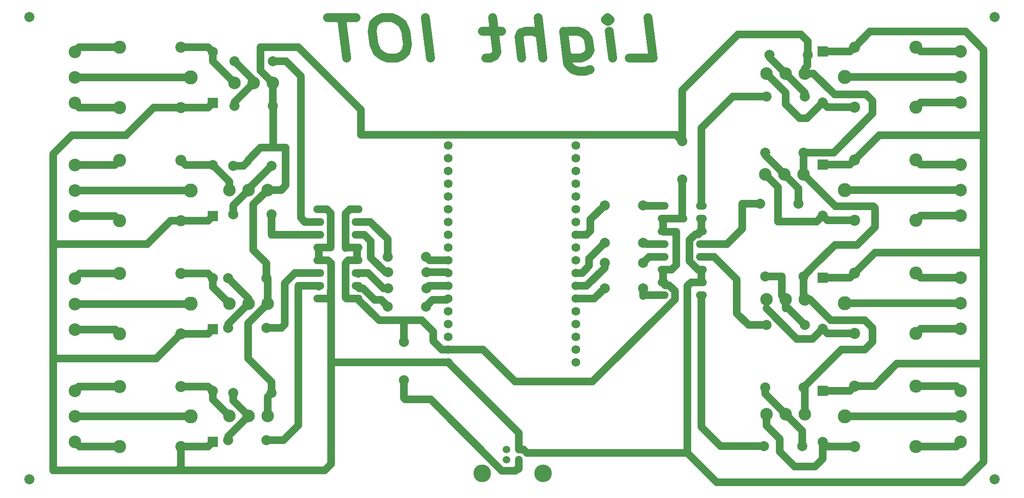
<source format=gbr>
%TF.GenerationSoftware,KiCad,Pcbnew,(5.1.10)-1*%
%TF.CreationDate,2021-09-30T22:30:01-03:00*%
%TF.ProjectId,esp32,65737033-322e-46b6-9963-61645f706362,rev?*%
%TF.SameCoordinates,Original*%
%TF.FileFunction,Copper,L2,Bot*%
%TF.FilePolarity,Positive*%
%FSLAX46Y46*%
G04 Gerber Fmt 4.6, Leading zero omitted, Abs format (unit mm)*
G04 Created by KiCad (PCBNEW (5.1.10)-1) date 2021-09-30 22:30:01*
%MOMM*%
%LPD*%
G01*
G04 APERTURE LIST*
%TA.AperFunction,NonConductor*%
%ADD10C,1.800000*%
%TD*%
%TA.AperFunction,ComponentPad*%
%ADD11C,1.998980*%
%TD*%
%TA.AperFunction,ComponentPad*%
%ADD12R,1.998980X1.998980*%
%TD*%
%TA.AperFunction,ComponentPad*%
%ADD13C,2.500000*%
%TD*%
%TA.AperFunction,ComponentPad*%
%ADD14C,2.800000*%
%TD*%
%TA.AperFunction,ComponentPad*%
%ADD15C,2.200000*%
%TD*%
%TA.AperFunction,ComponentPad*%
%ADD16C,2.600000*%
%TD*%
%TA.AperFunction,ComponentPad*%
%ADD17O,2.199640X1.501140*%
%TD*%
%TA.AperFunction,ComponentPad*%
%ADD18C,1.501140*%
%TD*%
%TA.AperFunction,ComponentPad*%
%ADD19C,3.500120*%
%TD*%
%TA.AperFunction,ComponentPad*%
%ADD20C,2.499360*%
%TD*%
%TA.AperFunction,ComponentPad*%
%ADD21C,1.750000*%
%TD*%
%TA.AperFunction,Conductor*%
%ADD22C,1.500000*%
%TD*%
G04 APERTURE END LIST*
D10*
X158283928Y-52119047D02*
X163045833Y-52119047D01*
X162045833Y-44119047D01*
X154950595Y-52119047D02*
X154283928Y-46785714D01*
X153950595Y-44119047D02*
X154474404Y-44500000D01*
X154045833Y-44880952D01*
X153522023Y-44500000D01*
X153950595Y-44119047D01*
X154045833Y-44880952D01*
X145236309Y-46785714D02*
X146045833Y-53261904D01*
X146617261Y-54023809D01*
X147141071Y-54404761D01*
X148141071Y-54785714D01*
X149569642Y-54785714D01*
X150474404Y-54404761D01*
X145855357Y-51738095D02*
X146855357Y-52119047D01*
X148760119Y-52119047D01*
X149664880Y-51738095D01*
X150093452Y-51357142D01*
X150474404Y-50595238D01*
X150188690Y-48309523D01*
X149617261Y-47547619D01*
X149093452Y-47166666D01*
X148093452Y-46785714D01*
X146188690Y-46785714D01*
X145283928Y-47166666D01*
X141141071Y-52119047D02*
X140141071Y-44119047D01*
X136855357Y-52119047D02*
X136331547Y-47928571D01*
X136712500Y-47166666D01*
X137617261Y-46785714D01*
X139045833Y-46785714D01*
X140045833Y-47166666D01*
X140569642Y-47547619D01*
X132855357Y-46785714D02*
X129045833Y-46785714D01*
X131093452Y-44119047D02*
X131950595Y-50976190D01*
X131569642Y-51738095D01*
X130664880Y-52119047D01*
X129712500Y-52119047D01*
X118760119Y-52119047D02*
X117760119Y-44119047D01*
X111093452Y-44119047D02*
X109188690Y-44119047D01*
X108283928Y-44500000D01*
X107426785Y-45261904D01*
X107141071Y-46785714D01*
X107474404Y-49452380D01*
X108141071Y-50976190D01*
X109188690Y-51738095D01*
X110188690Y-52119047D01*
X112093452Y-52119047D01*
X112998214Y-51738095D01*
X113855357Y-50976190D01*
X114141071Y-49452380D01*
X113807738Y-46785714D01*
X113141071Y-45261904D01*
X112093452Y-44500000D01*
X111093452Y-44119047D01*
X103950595Y-44119047D02*
X98236309Y-44119047D01*
X102093452Y-52119047D02*
X101093452Y-44119047D01*
D11*
%TO.P,R3B1,1*%
%TO.N,Net-(Q5-Pad2)*%
X79814000Y-61658000D03*
%TO.P,R3B1,2*%
%TO.N,Earth*%
X87434000Y-61658000D03*
%TD*%
%TO.P,R12,1*%
%TO.N,Net-(Q4-Pad2)*%
X185342000Y-117770000D03*
%TO.P,R12,2*%
%TO.N,Earth*%
X192962000Y-117770000D03*
%TD*%
%TO.P,R9,2*%
%TO.N,Earth*%
X192962000Y-95672000D03*
%TO.P,R9,1*%
%TO.N,Net-(Q3-Pad2)*%
X185342000Y-95672000D03*
%TD*%
%TO.P,D2,1*%
%TO.N,Net-(D2-Pad1)*%
X196780000Y-83564000D03*
D12*
%TO.P,D2,2*%
%TO.N,+5V*%
X196780000Y-73404000D03*
%TD*%
%TO.P,D1,2*%
%TO.N,+5V*%
X196780000Y-50904000D03*
D11*
%TO.P,D1,1*%
%TO.N,Net-(D1-Pad1)*%
X196780000Y-61064000D03*
%TD*%
D12*
%TO.P,D3,2*%
%TO.N,+5V*%
X196780000Y-95904000D03*
D11*
%TO.P,D3,1*%
%TO.N,Net-(D3-Pad1)*%
X196780000Y-106064000D03*
%TD*%
%TO.P,D4,1*%
%TO.N,Net-(D4-Pad1)*%
X196780000Y-128564000D03*
D12*
%TO.P,D4,2*%
%TO.N,+5V*%
X196780000Y-118404000D03*
%TD*%
D11*
%TO.P,D6,1*%
%TO.N,Net-(D6-Pad1)*%
X75514000Y-73466000D03*
D12*
%TO.P,D6,2*%
%TO.N,+5V*%
X75514000Y-83626000D03*
%TD*%
%TO.P,D8,2*%
%TO.N,+5V*%
X75514000Y-128626000D03*
D11*
%TO.P,D8,1*%
%TO.N,Net-(D8-Pad1)*%
X75514000Y-118466000D03*
%TD*%
D12*
%TO.P,D5,2*%
%TO.N,+5V*%
X75514000Y-61126000D03*
D11*
%TO.P,D5,1*%
%TO.N,Net-(D5-Pad1)*%
X75514000Y-50966000D03*
%TD*%
%TO.P,D7,1*%
%TO.N,Net-(D7-Pad1)*%
X75514000Y-95966000D03*
D12*
%TO.P,D7,2*%
%TO.N,+5V*%
X75514000Y-106126000D03*
%TD*%
D13*
%TO.P,J3,3*%
%TO.N,/NC3*%
X224280000Y-95904000D03*
%TO.P,J3,1*%
%TO.N,/NA3*%
X224280000Y-106064000D03*
%TO.P,J3,2*%
%TO.N,/COM3*%
X224280000Y-100984000D03*
%TD*%
%TO.P,J4,2*%
%TO.N,/COM4*%
X224280000Y-123484000D03*
%TO.P,J4,1*%
%TO.N,/NA4*%
X224280000Y-128564000D03*
%TO.P,J4,3*%
%TO.N,/NC4*%
X224280000Y-118404000D03*
%TD*%
%TO.P,J2,2*%
%TO.N,/COM2*%
X224280000Y-78484000D03*
%TO.P,J2,1*%
%TO.N,/NA2*%
X224280000Y-83564000D03*
%TO.P,J2,3*%
%TO.N,/NC2*%
X224280000Y-73404000D03*
%TD*%
%TO.P,J1,3*%
%TO.N,/NC1*%
X224280000Y-50904000D03*
%TO.P,J1,1*%
%TO.N,/NA1*%
X224280000Y-61064000D03*
%TO.P,J1,2*%
%TO.N,/COM1*%
X224280000Y-55984000D03*
%TD*%
%TO.P,J5,3*%
%TO.N,/NC5*%
X48014000Y-61126000D03*
%TO.P,J5,1*%
%TO.N,/NA5*%
X48014000Y-50966000D03*
%TO.P,J5,2*%
%TO.N,/COM5*%
X48014000Y-56046000D03*
%TD*%
%TO.P,J6,2*%
%TO.N,/COM6*%
X48014000Y-78546000D03*
%TO.P,J6,1*%
%TO.N,/NA6*%
X48014000Y-73466000D03*
%TO.P,J6,3*%
%TO.N,/NC6*%
X48014000Y-83626000D03*
%TD*%
%TO.P,J7,3*%
%TO.N,/NC7*%
X48014000Y-106206000D03*
%TO.P,J7,1*%
%TO.N,/NA7*%
X48014000Y-96046000D03*
%TO.P,J7,2*%
%TO.N,/COM7*%
X48014000Y-101126000D03*
%TD*%
%TO.P,J8,2*%
%TO.N,/COM8*%
X48014000Y-123466000D03*
%TO.P,J8,1*%
%TO.N,/NA8*%
X48014000Y-118386000D03*
%TO.P,J8,3*%
%TO.N,/NC8*%
X48014000Y-128546000D03*
%TD*%
D14*
%TO.P,K2,1*%
%TO.N,/COM2*%
X201180000Y-78484000D03*
D15*
%TO.P,K2,5*%
%TO.N,+5V*%
X203180000Y-72484000D03*
D16*
%TO.P,K2,4*%
%TO.N,/NC2*%
X215380000Y-72484000D03*
%TO.P,K2,3*%
%TO.N,/NA2*%
X215380000Y-84484000D03*
D15*
%TO.P,K2,2*%
%TO.N,Net-(D2-Pad1)*%
X203180000Y-84484000D03*
%TD*%
%TO.P,K1,2*%
%TO.N,Net-(D1-Pad1)*%
X203180000Y-61984000D03*
D16*
%TO.P,K1,3*%
%TO.N,/NA1*%
X215380000Y-61984000D03*
%TO.P,K1,4*%
%TO.N,/NC1*%
X215380000Y-49984000D03*
D15*
%TO.P,K1,5*%
%TO.N,+5V*%
X203180000Y-49984000D03*
D14*
%TO.P,K1,1*%
%TO.N,/COM1*%
X201180000Y-55984000D03*
%TD*%
%TO.P,K3,1*%
%TO.N,/COM3*%
X201180000Y-100984000D03*
D15*
%TO.P,K3,5*%
%TO.N,+5V*%
X203180000Y-94984000D03*
D16*
%TO.P,K3,4*%
%TO.N,/NC3*%
X215380000Y-94984000D03*
%TO.P,K3,3*%
%TO.N,/NA3*%
X215380000Y-106984000D03*
D15*
%TO.P,K3,2*%
%TO.N,Net-(D3-Pad1)*%
X203180000Y-106984000D03*
%TD*%
%TO.P,K4,2*%
%TO.N,Net-(D4-Pad1)*%
X203180000Y-129484000D03*
D16*
%TO.P,K4,3*%
%TO.N,/NA4*%
X215380000Y-129484000D03*
%TO.P,K4,4*%
%TO.N,/NC4*%
X215380000Y-117484000D03*
D15*
%TO.P,K4,5*%
%TO.N,+5V*%
X203180000Y-117484000D03*
D14*
%TO.P,K4,1*%
%TO.N,/COM4*%
X201180000Y-123484000D03*
%TD*%
D15*
%TO.P,K6,2*%
%TO.N,Net-(D6-Pad1)*%
X69114000Y-72546000D03*
D16*
%TO.P,K6,3*%
%TO.N,/NA6*%
X56914000Y-72546000D03*
%TO.P,K6,4*%
%TO.N,/NC6*%
X56914000Y-84546000D03*
D15*
%TO.P,K6,5*%
%TO.N,+5V*%
X69114000Y-84546000D03*
D14*
%TO.P,K6,1*%
%TO.N,/COM6*%
X71114000Y-78546000D03*
%TD*%
%TO.P,K8,1*%
%TO.N,/COM8*%
X71114000Y-123546000D03*
D15*
%TO.P,K8,5*%
%TO.N,+5V*%
X69114000Y-129546000D03*
D16*
%TO.P,K8,4*%
%TO.N,/NC8*%
X56914000Y-129546000D03*
%TO.P,K8,3*%
%TO.N,/NA8*%
X56914000Y-117546000D03*
D15*
%TO.P,K8,2*%
%TO.N,Net-(D8-Pad1)*%
X69114000Y-117546000D03*
%TD*%
%TO.P,K5,2*%
%TO.N,Net-(D5-Pad1)*%
X69114000Y-50046000D03*
D16*
%TO.P,K5,3*%
%TO.N,/NA5*%
X56914000Y-50046000D03*
%TO.P,K5,4*%
%TO.N,/NC5*%
X56914000Y-62046000D03*
D15*
%TO.P,K5,5*%
%TO.N,+5V*%
X69114000Y-62046000D03*
D14*
%TO.P,K5,1*%
%TO.N,/COM5*%
X71114000Y-56046000D03*
%TD*%
%TO.P,K7,1*%
%TO.N,/COM7*%
X71114000Y-101046000D03*
D15*
%TO.P,K7,5*%
%TO.N,+5V*%
X69114000Y-107046000D03*
D16*
%TO.P,K7,4*%
%TO.N,/NC7*%
X56914000Y-107046000D03*
%TO.P,K7,3*%
%TO.N,/NA7*%
X56914000Y-95046000D03*
D15*
%TO.P,K7,2*%
%TO.N,Net-(D7-Pad1)*%
X69114000Y-95046000D03*
%TD*%
D17*
%TO.P,OPTOSCOMPLADOR1,1*%
%TO.N,+5V*%
X96590000Y-82260000D03*
%TO.P,OPTOSCOMPLADOR1,2*%
%TO.N,Net-(OPTOSCOMPLADOR1-Pad2)*%
X96590000Y-84800000D03*
%TO.P,OPTOSCOMPLADOR1,3*%
%TO.N,Net-(OPTOSCOMPLADOR1-Pad3)*%
X96590000Y-87340000D03*
%TO.P,OPTOSCOMPLADOR1,4*%
%TO.N,+5V*%
X96590000Y-89880000D03*
%TO.P,OPTOSCOMPLADOR1,5*%
X96590000Y-92420000D03*
%TO.P,OPTOSCOMPLADOR1,6*%
%TO.N,Net-(OPTOSCOMPLADOR1-Pad6)*%
X96590000Y-94960000D03*
%TO.P,OPTOSCOMPLADOR1,7*%
%TO.N,Net-(OPTOSCOMPLADOR1-Pad7)*%
X96590000Y-97500000D03*
%TO.P,OPTOSCOMPLADOR1,8*%
%TO.N,+5V*%
X96590000Y-100040000D03*
%TO.P,OPTOSCOMPLADOR1,9*%
%TO.N,GND*%
X104210000Y-100040000D03*
%TO.P,OPTOSCOMPLADOR1,10*%
%TO.N,Net-(OPTOSCOMPLADOR1-Pad10)*%
X104210000Y-97500000D03*
%TO.P,OPTOSCOMPLADOR1,11*%
%TO.N,Net-(OPTOSCOMPLADOR1-Pad11)*%
X104210000Y-94960000D03*
%TO.P,OPTOSCOMPLADOR1,12*%
%TO.N,GND*%
X104210000Y-92420000D03*
%TO.P,OPTOSCOMPLADOR1,13*%
X104210000Y-89880000D03*
%TO.P,OPTOSCOMPLADOR1,14*%
%TO.N,Net-(OPTOSCOMPLADOR1-Pad14)*%
X104210000Y-87340000D03*
%TO.P,OPTOSCOMPLADOR1,15*%
%TO.N,Net-(OPTOSCOMPLADOR1-Pad15)*%
X104210000Y-84800000D03*
%TO.P,OPTOSCOMPLADOR1,16*%
%TO.N,GND*%
X104210000Y-82260000D03*
%TD*%
%TO.P,OPTOSCOMPLADOR2,16*%
%TO.N,Net-(OPTOSCOMPLADOR2-Pad16)*%
X172660000Y-81610000D03*
%TO.P,OPTOSCOMPLADOR2,15*%
%TO.N,+5V*%
X172660000Y-84150000D03*
%TO.P,OPTOSCOMPLADOR2,14*%
X172660000Y-86690000D03*
%TO.P,OPTOSCOMPLADOR2,13*%
%TO.N,Net-(OPTOSCOMPLADOR2-Pad13)*%
X172660000Y-89230000D03*
%TO.P,OPTOSCOMPLADOR2,12*%
%TO.N,Net-(OPTOSCOMPLADOR2-Pad12)*%
X172660000Y-91770000D03*
%TO.P,OPTOSCOMPLADOR2,11*%
%TO.N,+5V*%
X172660000Y-94310000D03*
%TO.P,OPTOSCOMPLADOR2,10*%
X172660000Y-96850000D03*
%TO.P,OPTOSCOMPLADOR2,9*%
%TO.N,Net-(OPTOSCOMPLADOR2-Pad9)*%
X172660000Y-99390000D03*
%TO.P,OPTOSCOMPLADOR2,8*%
%TO.N,Net-(OPTOSCOMPLADOR2-Pad8)*%
X165040000Y-99390000D03*
%TO.P,OPTOSCOMPLADOR2,7*%
%TO.N,GND*%
X165040000Y-96850000D03*
%TO.P,OPTOSCOMPLADOR2,6*%
X165040000Y-94310000D03*
%TO.P,OPTOSCOMPLADOR2,5*%
%TO.N,Net-(OPTOSCOMPLADOR2-Pad5)*%
X165040000Y-91770000D03*
%TO.P,OPTOSCOMPLADOR2,4*%
%TO.N,Net-(OPTOSCOMPLADOR2-Pad4)*%
X165040000Y-89230000D03*
%TO.P,OPTOSCOMPLADOR2,3*%
%TO.N,GND*%
X165040000Y-86690000D03*
%TO.P,OPTOSCOMPLADOR2,2*%
X165040000Y-84150000D03*
%TO.P,OPTOSCOMPLADOR2,1*%
%TO.N,Net-(OPTOSCOMPLADOR2-Pad1)*%
X165040000Y-81610000D03*
%TD*%
D18*
%TO.P,P1,3*%
%TO.N,N/C*%
X133883400Y-132156200D03*
%TO.P,P1,4*%
%TO.N,GND*%
X136372600Y-132156200D03*
%TO.P,P1,1*%
%TO.N,+5V*%
X136372600Y-130149600D03*
%TO.P,P1,2*%
%TO.N,N/C*%
X133883400Y-130149600D03*
D19*
%TO.P,P1,*%
%TO.N,*%
X129108200Y-134874000D03*
X141147800Y-134874000D03*
%TD*%
D20*
%TO.P,Q2,1*%
%TO.N,Earth*%
X192962000Y-75312000D03*
%TO.P,Q2,2*%
%TO.N,Net-(Q2-Pad2)*%
X189152000Y-75312000D03*
%TO.P,Q2,3*%
%TO.N,Net-(D2-Pad1)*%
X185342000Y-75312000D03*
%TD*%
%TO.P,Q1,1*%
%TO.N,Earth*%
X193216000Y-55246000D03*
%TO.P,Q1,2*%
%TO.N,Net-(Q1-Pad2)*%
X189406000Y-55246000D03*
%TO.P,Q1,3*%
%TO.N,Net-(D1-Pad1)*%
X185596000Y-55246000D03*
%TD*%
%TO.P,Q3,3*%
%TO.N,Net-(D3-Pad1)*%
X185596000Y-100244000D03*
%TO.P,Q3,2*%
%TO.N,Net-(Q3-Pad2)*%
X189406000Y-100244000D03*
%TO.P,Q3,1*%
%TO.N,Earth*%
X193216000Y-100244000D03*
%TD*%
%TO.P,Q4,1*%
%TO.N,Earth*%
X193216000Y-123104000D03*
%TO.P,Q4,2*%
%TO.N,Net-(Q4-Pad2)*%
X189406000Y-123104000D03*
%TO.P,Q4,3*%
%TO.N,Net-(D4-Pad1)*%
X185596000Y-123104000D03*
%TD*%
%TO.P,Q6,3*%
%TO.N,Net-(D6-Pad1)*%
X78798000Y-78422000D03*
%TO.P,Q6,2*%
%TO.N,Net-(Q6-Pad2)*%
X82608000Y-78422000D03*
%TO.P,Q6,1*%
%TO.N,Earth*%
X86418000Y-78422000D03*
%TD*%
%TO.P,Q8,1*%
%TO.N,Earth*%
X86418000Y-123420000D03*
%TO.P,Q8,2*%
%TO.N,Net-(Q8-Pad2)*%
X82608000Y-123420000D03*
%TO.P,Q8,3*%
%TO.N,Net-(D8-Pad1)*%
X78798000Y-123420000D03*
%TD*%
%TO.P,Q5,3*%
%TO.N,Net-(D5-Pad1)*%
X79814000Y-57086000D03*
%TO.P,Q5,2*%
%TO.N,Net-(Q5-Pad2)*%
X83624000Y-57086000D03*
%TO.P,Q5,1*%
%TO.N,Earth*%
X87434000Y-57086000D03*
%TD*%
%TO.P,Q7,3*%
%TO.N,Net-(D7-Pad1)*%
X78798000Y-101068000D03*
%TO.P,Q7,2*%
%TO.N,Net-(Q7-Pad2)*%
X82608000Y-101068000D03*
%TO.P,Q7,1*%
%TO.N,Earth*%
X86418000Y-101068000D03*
%TD*%
D11*
%TO.P,R1,1*%
%TO.N,Net-(OPTOSCOMPLADOR2-Pad1)*%
X161060000Y-81500000D03*
%TO.P,R1,2*%
%TO.N,/IN1*%
X153440000Y-81500000D03*
%TD*%
%TO.P,R5,2*%
%TO.N,Net-(OPTOSCOMPLADOR2-Pad13)*%
X184326000Y-81154000D03*
%TO.P,R5,1*%
%TO.N,Net-(Q2-Pad2)*%
X191946000Y-81154000D03*
%TD*%
%TO.P,R6,1*%
%TO.N,Net-(Q2-Pad2)*%
X185342000Y-70994000D03*
%TO.P,R6,2*%
%TO.N,Earth*%
X192962000Y-70994000D03*
%TD*%
%TO.P,R4,1*%
%TO.N,Net-(OPTOSCOMPLADOR2-Pad4)*%
X161060000Y-89000000D03*
%TO.P,R4,2*%
%TO.N,/IN2*%
X153440000Y-89000000D03*
%TD*%
%TO.P,R2,2*%
%TO.N,Net-(OPTOSCOMPLADOR2-Pad16)*%
X185596000Y-59818000D03*
%TO.P,R2,1*%
%TO.N,Net-(Q1-Pad2)*%
X193216000Y-59818000D03*
%TD*%
%TO.P,R3,2*%
%TO.N,Earth*%
X193812000Y-51532000D03*
%TO.P,R3,1*%
%TO.N,Net-(Q1-Pad2)*%
X186192000Y-51532000D03*
%TD*%
%TO.P,R7,2*%
%TO.N,/IN3*%
X153440000Y-92900000D03*
%TO.P,R7,1*%
%TO.N,Net-(OPTOSCOMPLADOR2-Pad5)*%
X161060000Y-92900000D03*
%TD*%
%TO.P,R10,1*%
%TO.N,Net-(OPTOSCOMPLADOR2-Pad8)*%
X161060000Y-98000000D03*
%TO.P,R10,2*%
%TO.N,/IN4*%
X153440000Y-98000000D03*
%TD*%
%TO.P,R8,1*%
%TO.N,Net-(Q3-Pad2)*%
X193216000Y-105324000D03*
%TO.P,R8,2*%
%TO.N,Net-(OPTOSCOMPLADOR2-Pad12)*%
X185596000Y-105324000D03*
%TD*%
%TO.P,R11,2*%
%TO.N,Net-(OPTOSCOMPLADOR2-Pad9)*%
X185088000Y-129454000D03*
%TO.P,R11,1*%
%TO.N,Net-(Q4-Pad2)*%
X192708000Y-129454000D03*
%TD*%
%TO.P,R6B1,1*%
%TO.N,Net-(Q6-Pad2)*%
X87180000Y-73596000D03*
%TO.P,R6B1,2*%
%TO.N,Earth*%
X79560000Y-73596000D03*
%TD*%
%TO.P,R12B1,1*%
%TO.N,Net-(Q8-Pad2)*%
X79560000Y-118848000D03*
%TO.P,R12B1,2*%
%TO.N,Earth*%
X87180000Y-118848000D03*
%TD*%
%TO.P,R5B1,2*%
%TO.N,Net-(OPTOSCOMPLADOR1-Pad3)*%
X87180000Y-83248000D03*
%TO.P,R5B1,1*%
%TO.N,Net-(Q6-Pad2)*%
X79560000Y-83248000D03*
%TD*%
%TO.P,R11B1,2*%
%TO.N,Net-(OPTOSCOMPLADOR1-Pad7)*%
X86164000Y-128246000D03*
%TO.P,R11B1,1*%
%TO.N,Net-(Q8-Pad2)*%
X78544000Y-128246000D03*
%TD*%
%TO.P,R9B1,2*%
%TO.N,Earth*%
X86164000Y-95988000D03*
%TO.P,R9B1,1*%
%TO.N,Net-(Q7-Pad2)*%
X78544000Y-95988000D03*
%TD*%
%TO.P,R2B1,2*%
%TO.N,Net-(OPTOSCOMPLADOR1-Pad2)*%
X87434000Y-52768000D03*
%TO.P,R2B1,1*%
%TO.N,Net-(Q5-Pad2)*%
X79814000Y-52768000D03*
%TD*%
%TO.P,R8B1,2*%
%TO.N,Net-(OPTOSCOMPLADOR1-Pad6)*%
X86164000Y-105894000D03*
%TO.P,R8B1,1*%
%TO.N,Net-(Q7-Pad2)*%
X78544000Y-105894000D03*
%TD*%
%TO.P,R4B1,1*%
%TO.N,Net-(OPTOSCOMPLADOR1-Pad14)*%
X110352000Y-94830000D03*
%TO.P,R4B1,2*%
%TO.N,/IN6*%
X117972000Y-94830000D03*
%TD*%
%TO.P,R10B1,2*%
%TO.N,/IN8*%
X117872000Y-101630000D03*
%TO.P,R10B1,1*%
%TO.N,Net-(OPTOSCOMPLADOR1-Pad10)*%
X110252000Y-101630000D03*
%TD*%
%TO.P,R1B1,1*%
%TO.N,Net-(OPTOSCOMPLADOR1-Pad15)*%
X110252000Y-91730000D03*
%TO.P,R1B1,2*%
%TO.N,/IN5*%
X117872000Y-91730000D03*
%TD*%
%TO.P,R7B1,1*%
%TO.N,Net-(OPTOSCOMPLADOR1-Pad11)*%
X110352000Y-98030000D03*
%TO.P,R7B1,2*%
%TO.N,/IN7*%
X117972000Y-98030000D03*
%TD*%
D21*
%TO.P,U1,18*%
%TO.N,N/C*%
X122300000Y-69596000D03*
%TO.P,U1,17*%
X122300000Y-72136000D03*
%TO.P,U1,16*%
X122300000Y-74676000D03*
%TO.P,U1,15*%
X122300000Y-77216000D03*
%TO.P,U1,14*%
X122300000Y-79756000D03*
%TO.P,U1,13*%
X122300000Y-82296000D03*
%TO.P,U1,12*%
X122300000Y-84836000D03*
%TO.P,U1,11*%
X122300000Y-87376000D03*
%TO.P,U1,10*%
X122300000Y-89916000D03*
%TO.P,U1,9*%
%TO.N,/IN5*%
X122300000Y-92456000D03*
%TO.P,U1,8*%
%TO.N,/IN6*%
X122300000Y-94996000D03*
%TO.P,U1,7*%
%TO.N,/IN7*%
X122300000Y-97536000D03*
%TO.P,U1,6*%
%TO.N,/IN8*%
X122300000Y-100076000D03*
%TO.P,U1,5*%
%TO.N,N/C*%
X122300000Y-102616000D03*
%TO.P,U1,4*%
X122300000Y-105156000D03*
%TO.P,U1,3*%
X122300000Y-107696000D03*
%TO.P,U1,2*%
%TO.N,GND*%
X122300000Y-110236000D03*
%TO.P,U1,1*%
%TO.N,+5V*%
X122300000Y-112776000D03*
%TO.P,U1,19*%
%TO.N,N/C*%
X147700000Y-112776000D03*
%TO.P,U1,20*%
X147700000Y-110236000D03*
%TO.P,U1,21*%
X147700000Y-107696000D03*
%TO.P,U1,22*%
X147700000Y-105156000D03*
%TO.P,U1,23*%
X147700000Y-102616000D03*
%TO.P,U1,24*%
%TO.N,/IN4*%
X147700000Y-100076000D03*
%TO.P,U1,25*%
%TO.N,/IN3*%
X147700000Y-97536000D03*
%TO.P,U1,26*%
%TO.N,/IN2*%
X147700000Y-94996000D03*
%TO.P,U1,27*%
%TO.N,N/C*%
X147700000Y-92456000D03*
%TO.P,U1,28*%
X147700000Y-89916000D03*
%TO.P,U1,29*%
%TO.N,/IN1*%
X147700000Y-87376000D03*
%TO.P,U1,30*%
%TO.N,N/C*%
X147700000Y-84836000D03*
%TO.P,U1,31*%
X147700000Y-82296000D03*
%TO.P,U1,32*%
X147700000Y-79756000D03*
%TO.P,U1,33*%
X147700000Y-77216000D03*
%TO.P,U1,34*%
X147700000Y-74676000D03*
%TO.P,U1,35*%
X147700000Y-72136000D03*
%TO.P,U1,36*%
X147700000Y-69596000D03*
%TD*%
D11*
%TO.P,H1,1*%
%TO.N,N/C*%
X39000000Y-44000000D03*
%TD*%
%TO.P,H2,1*%
%TO.N,N/C*%
X231000000Y-44000000D03*
%TD*%
%TO.P,H3,1*%
%TO.N,N/C*%
X231000000Y-136000000D03*
%TD*%
%TO.P,H4,1*%
%TO.N,N/C*%
X39000000Y-136000000D03*
%TD*%
%TO.P,R16,1*%
%TO.N,GND*%
X113538000Y-116332000D03*
%TO.P,R16,2*%
X113538000Y-108712000D03*
%TD*%
%TO.P,R14,1*%
%TO.N,GND*%
X168910000Y-76310000D03*
%TO.P,R14,2*%
%TO.N,Earth*%
X168910000Y-68690000D03*
%TD*%
D22*
%TO.N,Net-(D1-Pad1)*%
X185596000Y-55246000D02*
X189406000Y-59056000D01*
X189406000Y-59056000D02*
X189406000Y-61342000D01*
X189406000Y-61342000D02*
X192200000Y-64136000D01*
X193708000Y-64136000D02*
X196780000Y-61064000D01*
X192200000Y-64136000D02*
X193708000Y-64136000D01*
X197700000Y-61984000D02*
X196780000Y-61064000D01*
X203180000Y-61984000D02*
X197700000Y-61984000D01*
%TO.N,GND*%
X165040000Y-84150000D02*
X165040000Y-86690000D01*
X165040000Y-94310000D02*
X165040000Y-96850000D01*
X166740000Y-94310000D02*
X165040000Y-94310000D01*
X167650000Y-86800000D02*
X167650000Y-93400000D01*
X167650000Y-93400000D02*
X166740000Y-94310000D01*
X165150000Y-86800000D02*
X167650000Y-86800000D01*
X165040000Y-86690000D02*
X165150000Y-86800000D01*
X104210000Y-92420000D02*
X104210000Y-89880000D01*
X101860170Y-83139830D02*
X102740000Y-82260000D01*
X101860170Y-90000000D02*
X101860170Y-83139830D01*
X101980170Y-89880000D02*
X101860170Y-90000000D01*
X102740000Y-82260000D02*
X104210000Y-82260000D01*
X104210000Y-89880000D02*
X101980170Y-89880000D01*
X101860170Y-93000000D02*
X102440170Y-92420000D01*
X101860170Y-99860170D02*
X101860170Y-93000000D01*
X102040000Y-100040000D02*
X101860170Y-99860170D01*
X102440170Y-92420000D02*
X104210000Y-92420000D01*
X104210000Y-100040000D02*
X102040000Y-100040000D01*
X104210000Y-100040000D02*
X108564000Y-104394000D01*
X117094000Y-104394000D02*
X119380000Y-106680000D01*
X121062564Y-110236000D02*
X122300000Y-110236000D01*
X119380000Y-108553436D02*
X121062564Y-110236000D01*
X119380000Y-106680000D02*
X119380000Y-108553436D01*
X113538000Y-108712000D02*
X113538000Y-104648000D01*
X113792000Y-104394000D02*
X117094000Y-104394000D01*
X113538000Y-104648000D02*
X113792000Y-104394000D01*
X108564000Y-104394000D02*
X113792000Y-104394000D01*
X129286000Y-110236000D02*
X122300000Y-110236000D01*
X135636000Y-116586000D02*
X129286000Y-110236000D01*
X167389830Y-100218667D02*
X151022497Y-116586000D01*
X167389830Y-98561333D02*
X167389830Y-100218667D01*
X151022497Y-116586000D02*
X135636000Y-116586000D01*
X166217917Y-97389420D02*
X167389830Y-98561333D01*
X165461420Y-97389420D02*
X166217917Y-97389420D01*
X165040000Y-96968000D02*
X165461420Y-97389420D01*
X165040000Y-96850000D02*
X165040000Y-96968000D01*
X165040000Y-84150000D02*
X169150000Y-84150000D01*
X168910000Y-83910000D02*
X168910000Y-76310000D01*
X169150000Y-84150000D02*
X168910000Y-83910000D01*
X113538000Y-119888000D02*
X113538000Y-116332000D01*
X113792000Y-120142000D02*
X113538000Y-119888000D01*
X118816291Y-120142000D02*
X113792000Y-120142000D01*
X133000000Y-134325709D02*
X118816291Y-120142000D01*
X135674291Y-134325709D02*
X133000000Y-134325709D01*
X136256000Y-134000000D02*
X136000000Y-134000000D01*
X136372600Y-133883400D02*
X136256000Y-134000000D01*
X136000000Y-134000000D02*
X135674291Y-134325709D01*
X136372600Y-132156200D02*
X136372600Y-133883400D01*
%TO.N,Net-(D2-Pad1)*%
X197700000Y-84484000D02*
X196780000Y-83564000D01*
X203180000Y-84484000D02*
X197700000Y-84484000D01*
X195634000Y-84710000D02*
X196780000Y-83564000D01*
X187882000Y-84710000D02*
X195634000Y-84710000D01*
X187882000Y-77852000D02*
X187882000Y-84710000D01*
X185342000Y-75312000D02*
X187882000Y-77852000D01*
%TO.N,+5V*%
X202260000Y-73404000D02*
X203180000Y-72484000D01*
X196780000Y-73404000D02*
X202260000Y-73404000D01*
X202260000Y-50904000D02*
X203180000Y-49984000D01*
X196780000Y-50904000D02*
X202260000Y-50904000D01*
X202260000Y-95904000D02*
X203180000Y-94984000D01*
X196780000Y-95904000D02*
X202260000Y-95904000D01*
X202260000Y-118404000D02*
X203180000Y-117484000D01*
X196780000Y-118404000D02*
X202260000Y-118404000D01*
X74594000Y-84546000D02*
X75514000Y-83626000D01*
X69114000Y-84546000D02*
X74594000Y-84546000D01*
X74594000Y-62046000D02*
X75514000Y-61126000D01*
X69114000Y-62046000D02*
X74594000Y-62046000D01*
X74594000Y-129546000D02*
X75514000Y-128626000D01*
X69114000Y-129546000D02*
X74594000Y-129546000D01*
X74594000Y-107046000D02*
X75514000Y-106126000D01*
X69114000Y-107046000D02*
X74594000Y-107046000D01*
X172660000Y-84150000D02*
X172660000Y-86690000D01*
X172021503Y-94310000D02*
X172660000Y-94310000D01*
X170310170Y-92598667D02*
X172021503Y-94310000D01*
X170310170Y-88401333D02*
X170310170Y-92598667D01*
X171482083Y-87229420D02*
X170310170Y-88401333D01*
X172120580Y-87229420D02*
X171482083Y-87229420D01*
X172660000Y-86690000D02*
X172120580Y-87229420D01*
X172660000Y-96850000D02*
X172660000Y-94310000D01*
X96590000Y-89880000D02*
X96590000Y-92420000D01*
X98939830Y-100040000D02*
X96590000Y-100040000D01*
X98939830Y-98328667D02*
X98939830Y-100040000D01*
X99000000Y-98388837D02*
X98939830Y-98328667D01*
X99000000Y-93060170D02*
X99000000Y-98388837D01*
X98359830Y-92420000D02*
X99000000Y-93060170D01*
X96590000Y-92420000D02*
X98359830Y-92420000D01*
X97750000Y-134250000D02*
X99000000Y-133000000D01*
X47500000Y-67500000D02*
X43750000Y-71250000D01*
X58250000Y-67500000D02*
X47500000Y-67500000D01*
X63704000Y-62046000D02*
X58250000Y-67500000D01*
X69114000Y-62046000D02*
X63704000Y-62046000D01*
X98939830Y-89880000D02*
X96590000Y-89880000D01*
X98939830Y-83000000D02*
X98939830Y-89880000D01*
X98199830Y-82260000D02*
X98939830Y-83000000D01*
X96590000Y-82260000D02*
X98199830Y-82260000D01*
X99194000Y-112776000D02*
X99000000Y-112582000D01*
X122300000Y-112776000D02*
X99194000Y-112776000D01*
X99000000Y-112582000D02*
X99000000Y-98388837D01*
X99000000Y-133000000D02*
X99000000Y-112582000D01*
X69114000Y-84546000D02*
X67092000Y-84546000D01*
X62422000Y-89216000D02*
X43750000Y-89216000D01*
X67092000Y-84546000D02*
X62422000Y-89216000D01*
X43750000Y-71250000D02*
X43750000Y-89216000D01*
X69114000Y-107046000D02*
X64208000Y-111952000D01*
X43750000Y-111952000D02*
X43750000Y-134250000D01*
X64208000Y-111952000D02*
X43750000Y-111952000D01*
X43750000Y-89216000D02*
X43750000Y-111952000D01*
X69114000Y-133578000D02*
X68442000Y-134250000D01*
X69114000Y-129546000D02*
X69114000Y-133578000D01*
X68442000Y-134250000D02*
X97750000Y-134250000D01*
X43750000Y-134250000D02*
X68442000Y-134250000D01*
X169926000Y-130810000D02*
X169926000Y-97536000D01*
X175768000Y-136652000D02*
X169926000Y-130810000D01*
X169926000Y-97536000D02*
X170612000Y-96850000D01*
X224790000Y-136652000D02*
X175768000Y-136652000D01*
X228854000Y-132588000D02*
X224790000Y-136652000D01*
X225224000Y-46916000D02*
X228854000Y-50546000D01*
X170612000Y-96850000D02*
X172660000Y-96850000D01*
X206248000Y-46916000D02*
X225224000Y-46916000D01*
X203180000Y-49984000D02*
X206248000Y-46916000D01*
X228854000Y-115062000D02*
X228854000Y-132588000D01*
X211582000Y-113030000D02*
X228854000Y-113030000D01*
X228854000Y-113030000D02*
X228854000Y-115062000D01*
X207128000Y-117484000D02*
X211582000Y-113030000D01*
X203180000Y-117484000D02*
X207128000Y-117484000D01*
X203180000Y-94984000D02*
X207264000Y-90900000D01*
X228568000Y-90900000D02*
X228854000Y-91186000D01*
X207264000Y-90900000D02*
X228568000Y-90900000D01*
X228854000Y-91186000D02*
X228854000Y-115062000D01*
X203180000Y-72484000D02*
X208100000Y-67564000D01*
X208100000Y-67564000D02*
X228346000Y-67564000D01*
X228854000Y-67056000D02*
X228854000Y-91186000D01*
X228346000Y-67564000D02*
X228854000Y-67056000D01*
X228854000Y-50546000D02*
X228854000Y-67056000D01*
X137326846Y-130149600D02*
X136372600Y-130149600D01*
X137987246Y-130810000D02*
X137326846Y-130149600D01*
X169926000Y-130810000D02*
X137987246Y-130810000D01*
X136372600Y-126848600D02*
X122300000Y-112776000D01*
X136372600Y-130149600D02*
X136372600Y-126848600D01*
%TO.N,/COM2*%
X224280000Y-78484000D02*
X201180000Y-78484000D01*
%TO.N,/NA2*%
X216300000Y-83564000D02*
X215380000Y-84484000D01*
X224280000Y-83564000D02*
X216300000Y-83564000D01*
%TO.N,/NC2*%
X216300000Y-73404000D02*
X215380000Y-72484000D01*
X224280000Y-73404000D02*
X216300000Y-73404000D01*
%TO.N,/NC1*%
X216300000Y-50904000D02*
X215380000Y-49984000D01*
X224280000Y-50904000D02*
X216300000Y-50904000D01*
%TO.N,/NA1*%
X216300000Y-61064000D02*
X215380000Y-61984000D01*
X224280000Y-61064000D02*
X216300000Y-61064000D01*
%TO.N,/COM1*%
X224280000Y-55984000D02*
X201180000Y-55984000D01*
%TO.N,Net-(Q1-Pad2)*%
X186192000Y-52032000D02*
X189406000Y-55246000D01*
X186192000Y-51532000D02*
X186192000Y-52032000D01*
X193216000Y-59056000D02*
X189406000Y-55246000D01*
X193216000Y-59818000D02*
X193216000Y-59056000D01*
%TO.N,Earth*%
X192962000Y-70994000D02*
X192962000Y-75312000D01*
X192962000Y-99990000D02*
X193216000Y-100244000D01*
X192962000Y-95672000D02*
X192962000Y-99990000D01*
X193216000Y-118024000D02*
X192962000Y-117770000D01*
X193216000Y-123104000D02*
X193216000Y-118024000D01*
X87434000Y-57086000D02*
X87434000Y-61658000D01*
X86418000Y-96242000D02*
X86164000Y-95988000D01*
X86418000Y-101068000D02*
X86418000Y-96242000D01*
X86418000Y-119610000D02*
X87180000Y-118848000D01*
X86418000Y-123420000D02*
X86418000Y-119610000D01*
X193750000Y-51594000D02*
X193812000Y-51532000D01*
X193750000Y-53750000D02*
X193750000Y-51594000D01*
X193216000Y-54284000D02*
X193750000Y-53750000D01*
X193216000Y-55246000D02*
X193216000Y-54284000D01*
X87180000Y-118848000D02*
X87180000Y-116644000D01*
X87180000Y-116644000D02*
X82550000Y-112014000D01*
X82550000Y-104936000D02*
X86418000Y-101068000D01*
X82550000Y-112014000D02*
X82550000Y-104936000D01*
X86164000Y-95988000D02*
X86164000Y-93022000D01*
X86164000Y-93022000D02*
X83566000Y-90424000D01*
X83566000Y-81274000D02*
X86418000Y-78422000D01*
X83566000Y-90424000D02*
X83566000Y-81274000D01*
X87216509Y-61875491D02*
X87434000Y-61658000D01*
X194979491Y-93654509D02*
X192962000Y-95672000D01*
X199226000Y-89408000D02*
X194979491Y-93654509D01*
X203708000Y-89408000D02*
X199226000Y-89408000D01*
X207264000Y-85852000D02*
X203708000Y-89408000D01*
X207264000Y-82042000D02*
X207264000Y-85852000D01*
X206884000Y-81662000D02*
X207264000Y-82042000D01*
X199312000Y-81662000D02*
X206884000Y-81662000D01*
X192962000Y-75312000D02*
X199312000Y-81662000D01*
X194289248Y-100244000D02*
X193216000Y-100244000D01*
X198439248Y-104394000D02*
X194289248Y-100244000D01*
X206756000Y-105918000D02*
X205232000Y-104394000D01*
X206756000Y-108712000D02*
X206756000Y-105918000D01*
X205232000Y-104394000D02*
X198439248Y-104394000D01*
X200496000Y-110236000D02*
X205232000Y-110236000D01*
X205232000Y-110236000D02*
X206756000Y-108712000D01*
X192962000Y-117770000D02*
X200496000Y-110236000D01*
X194983314Y-55246000D02*
X193216000Y-55246000D01*
X199173314Y-59436000D02*
X194983314Y-55246000D01*
X205486000Y-59436000D02*
X199173314Y-59436000D01*
X206756000Y-60706000D02*
X205486000Y-59436000D01*
X206756000Y-63246000D02*
X206756000Y-60706000D01*
X199008000Y-70994000D02*
X206756000Y-63246000D01*
X192962000Y-70994000D02*
X199008000Y-70994000D01*
X85000000Y-54652000D02*
X87434000Y-57086000D01*
X85000000Y-50000000D02*
X85000000Y-54652000D01*
X92500000Y-50000000D02*
X85000000Y-50000000D01*
X104970999Y-62470999D02*
X92500000Y-50000000D01*
X104970999Y-67470999D02*
X104970999Y-62470999D01*
X167690999Y-67470999D02*
X104970999Y-67470999D01*
X168910000Y-68690000D02*
X167690999Y-67470999D01*
X90000000Y-77500000D02*
X90000000Y-73034000D01*
X89078000Y-78422000D02*
X90000000Y-77500000D01*
X86418000Y-78422000D02*
X89078000Y-78422000D01*
X81592000Y-73596000D02*
X79560000Y-73596000D01*
X82500000Y-72688000D02*
X81592000Y-73596000D01*
X82500000Y-72500000D02*
X82500000Y-72688000D01*
X90000000Y-73034000D02*
X90000000Y-70000000D01*
X90000000Y-70000000D02*
X87500000Y-70000000D01*
X87500000Y-70000000D02*
X85000000Y-70000000D01*
X85000000Y-70000000D02*
X82500000Y-72500000D01*
X87500000Y-61724000D02*
X87434000Y-61658000D01*
X87500000Y-70000000D02*
X87500000Y-61724000D01*
X168910000Y-58590000D02*
X168910000Y-68690000D01*
X180000000Y-47500000D02*
X168910000Y-58590000D01*
X192500000Y-47500000D02*
X180000000Y-47500000D01*
X193812000Y-48812000D02*
X192500000Y-47500000D01*
X193812000Y-51532000D02*
X193812000Y-48812000D01*
%TO.N,Net-(Q2-Pad2)*%
X185342000Y-71502000D02*
X189152000Y-75312000D01*
X185342000Y-70994000D02*
X185342000Y-71502000D01*
X191946000Y-78106000D02*
X189152000Y-75312000D01*
X191946000Y-81154000D02*
X191946000Y-78106000D01*
%TO.N,/IN1*%
X147700000Y-87376000D02*
X149860000Y-87376000D01*
X149860000Y-87376000D02*
X150622000Y-86614000D01*
X150622000Y-84318000D02*
X153440000Y-81500000D01*
X150622000Y-86614000D02*
X150622000Y-84318000D01*
%TO.N,/IN2*%
X153440000Y-89000000D02*
X150368000Y-92072000D01*
X148937436Y-94996000D02*
X147700000Y-94996000D01*
X150368000Y-93565436D02*
X148937436Y-94996000D01*
X150368000Y-92072000D02*
X150368000Y-93565436D01*
%TO.N,Net-(D3-Pad1)*%
X197700000Y-106984000D02*
X196780000Y-106064000D01*
X203180000Y-106984000D02*
X197700000Y-106984000D01*
X196780000Y-106064000D02*
X194762509Y-108081491D01*
X191682739Y-108081491D02*
X185612562Y-102011314D01*
X194762509Y-108081491D02*
X191682739Y-108081491D01*
%TO.N,Net-(D4-Pad1)*%
X197700000Y-129484000D02*
X196780000Y-128564000D01*
X203180000Y-129484000D02*
X197700000Y-129484000D01*
X185596000Y-123104000D02*
X185596000Y-125346000D01*
X185596000Y-125346000D02*
X188250000Y-128000000D01*
X188250000Y-128000000D02*
X188250000Y-130500000D01*
X188250000Y-130500000D02*
X191250000Y-133500000D01*
X191250000Y-133500000D02*
X195250000Y-133500000D01*
X196780000Y-131970000D02*
X196780000Y-128564000D01*
X195250000Y-133500000D02*
X196780000Y-131970000D01*
%TO.N,Net-(D5-Pad1)*%
X74594000Y-50046000D02*
X75514000Y-50966000D01*
X69114000Y-50046000D02*
X74594000Y-50046000D01*
X75514000Y-52786000D02*
X75514000Y-50966000D01*
X79814000Y-57086000D02*
X75514000Y-52786000D01*
%TO.N,Net-(D6-Pad1)*%
X78798000Y-76750000D02*
X75514000Y-73466000D01*
X78798000Y-78422000D02*
X78798000Y-76750000D01*
X70034000Y-73466000D02*
X69114000Y-72546000D01*
X75514000Y-73466000D02*
X70034000Y-73466000D01*
%TO.N,Net-(D7-Pad1)*%
X74594000Y-95046000D02*
X75514000Y-95966000D01*
X69114000Y-95046000D02*
X74594000Y-95046000D01*
X75514000Y-97784000D02*
X75514000Y-95966000D01*
X78798000Y-101068000D02*
X75514000Y-97784000D01*
%TO.N,Net-(D8-Pad1)*%
X74594000Y-117546000D02*
X75514000Y-118466000D01*
X69114000Y-117546000D02*
X74594000Y-117546000D01*
X75514000Y-120136000D02*
X75514000Y-118466000D01*
X78798000Y-123420000D02*
X75514000Y-120136000D01*
%TO.N,/NC3*%
X216300000Y-95904000D02*
X215380000Y-94984000D01*
X224280000Y-95904000D02*
X216300000Y-95904000D01*
%TO.N,/NA3*%
X216300000Y-106064000D02*
X215380000Y-106984000D01*
X224280000Y-106064000D02*
X216300000Y-106064000D01*
%TO.N,/COM3*%
X224280000Y-100984000D02*
X201180000Y-100984000D01*
%TO.N,/NC4*%
X223360000Y-117484000D02*
X224280000Y-118404000D01*
X215380000Y-117484000D02*
X223360000Y-117484000D01*
%TO.N,/NA4*%
X223360000Y-129484000D02*
X224280000Y-128564000D01*
X215380000Y-129484000D02*
X223360000Y-129484000D01*
%TO.N,/COM4*%
X201180000Y-123484000D02*
X224280000Y-123484000D01*
%TO.N,/COM5*%
X71114000Y-56046000D02*
X48014000Y-56046000D01*
%TO.N,/NA5*%
X48934000Y-50046000D02*
X48014000Y-50966000D01*
X56914000Y-50046000D02*
X48934000Y-50046000D01*
%TO.N,/NC5*%
X48934000Y-62046000D02*
X48014000Y-61126000D01*
X56914000Y-62046000D02*
X48934000Y-62046000D01*
%TO.N,/COM6*%
X71114000Y-78546000D02*
X48014000Y-78546000D01*
%TO.N,/NA6*%
X55994000Y-73466000D02*
X56914000Y-72546000D01*
X48014000Y-73466000D02*
X55994000Y-73466000D01*
%TO.N,/NC6*%
X55994000Y-83626000D02*
X56914000Y-84546000D01*
X48014000Y-83626000D02*
X55994000Y-83626000D01*
%TO.N,/COM7*%
X71034000Y-101126000D02*
X71114000Y-101046000D01*
X48014000Y-101126000D02*
X71034000Y-101126000D01*
%TO.N,/NA7*%
X49014000Y-95046000D02*
X48014000Y-96046000D01*
X56914000Y-95046000D02*
X49014000Y-95046000D01*
%TO.N,/NC7*%
X56074000Y-106206000D02*
X56914000Y-107046000D01*
X48014000Y-106206000D02*
X56074000Y-106206000D01*
%TO.N,/NC8*%
X49014000Y-129546000D02*
X48014000Y-128546000D01*
X56914000Y-129546000D02*
X49014000Y-129546000D01*
%TO.N,/NA8*%
X48854000Y-117546000D02*
X48014000Y-118386000D01*
X56914000Y-117546000D02*
X48854000Y-117546000D01*
%TO.N,/COM8*%
X71034000Y-123466000D02*
X71114000Y-123546000D01*
X48014000Y-123466000D02*
X71034000Y-123466000D01*
%TO.N,Net-(Q3-Pad2)*%
X185342000Y-95672000D02*
X188644000Y-95672000D01*
X189406000Y-100244000D02*
X189406000Y-102022000D01*
X188644000Y-99482000D02*
X189406000Y-100244000D01*
X188644000Y-95672000D02*
X188644000Y-99482000D01*
X189406000Y-101514000D02*
X193216000Y-105324000D01*
X189406000Y-100244000D02*
X189406000Y-101514000D01*
%TO.N,Net-(Q4-Pad2)*%
X185342000Y-119040000D02*
X189406000Y-123104000D01*
X185342000Y-117770000D02*
X185342000Y-119040000D01*
X192708000Y-126406000D02*
X192708000Y-129454000D01*
X189406000Y-123104000D02*
X192708000Y-126406000D01*
%TO.N,Net-(Q5-Pad2)*%
X79814000Y-60896000D02*
X83624000Y-57086000D01*
X79814000Y-61658000D02*
X79814000Y-60896000D01*
X83624000Y-56578000D02*
X79814000Y-52768000D01*
X83624000Y-57086000D02*
X83624000Y-56578000D01*
%TO.N,Net-(Q6-Pad2)*%
X79560000Y-81470000D02*
X82608000Y-78422000D01*
X79560000Y-83248000D02*
X79560000Y-81470000D01*
X82608000Y-78168000D02*
X87180000Y-73596000D01*
X82608000Y-78422000D02*
X82608000Y-78168000D01*
%TO.N,Net-(Q7-Pad2)*%
X78544000Y-105132000D02*
X82608000Y-101068000D01*
X78544000Y-105894000D02*
X78544000Y-105132000D01*
X82608000Y-100052000D02*
X78544000Y-95988000D01*
X82608000Y-101068000D02*
X82608000Y-100052000D01*
%TO.N,Net-(Q8-Pad2)*%
X79560000Y-120372000D02*
X82608000Y-123420000D01*
X79560000Y-118848000D02*
X79560000Y-120372000D01*
X78544000Y-127484000D02*
X82608000Y-123420000D01*
X78544000Y-128246000D02*
X78544000Y-127484000D01*
%TO.N,/IN3*%
X153440000Y-92900000D02*
X153440000Y-93956000D01*
X149860000Y-97536000D02*
X147700000Y-97536000D01*
X153440000Y-93956000D02*
X149860000Y-97536000D01*
%TO.N,/IN4*%
X151364000Y-100076000D02*
X147700000Y-100076000D01*
X153440000Y-98000000D02*
X151364000Y-100076000D01*
%TO.N,/IN6*%
X122134000Y-94830000D02*
X122300000Y-94996000D01*
X117972000Y-94830000D02*
X122134000Y-94830000D01*
%TO.N,/IN8*%
X117872000Y-101630000D02*
X119172000Y-100330000D01*
X122046000Y-100330000D02*
X122300000Y-100076000D01*
X119172000Y-100330000D02*
X122046000Y-100330000D01*
%TO.N,/IN5*%
X118598000Y-92456000D02*
X122300000Y-92456000D01*
X117872000Y-91730000D02*
X118598000Y-92456000D01*
%TO.N,/IN7*%
X118466000Y-97536000D02*
X122300000Y-97536000D01*
X117972000Y-98030000D02*
X118466000Y-97536000D01*
%TO.N,Net-(OPTOSCOMPLADOR1-Pad2)*%
X96590000Y-84800000D02*
X93800000Y-84800000D01*
X93800000Y-84800000D02*
X93000000Y-84000000D01*
X93000000Y-84000000D02*
X93000000Y-55750000D01*
X90018000Y-52768000D02*
X87434000Y-52768000D01*
X93000000Y-55750000D02*
X90018000Y-52768000D01*
%TO.N,Net-(OPTOSCOMPLADOR1-Pad3)*%
X87180000Y-87340000D02*
X87180000Y-83248000D01*
X96590000Y-87340000D02*
X87180000Y-87340000D01*
%TO.N,Net-(OPTOSCOMPLADOR1-Pad6)*%
X89106000Y-105894000D02*
X86164000Y-105894000D01*
X89750000Y-105250000D02*
X89106000Y-105894000D01*
X89750000Y-97000000D02*
X89750000Y-105250000D01*
X91790000Y-94960000D02*
X89750000Y-97000000D01*
X96590000Y-94960000D02*
X91790000Y-94960000D01*
%TO.N,Net-(OPTOSCOMPLADOR1-Pad7)*%
X89504000Y-128246000D02*
X86164000Y-128246000D01*
X92500000Y-125250000D02*
X89504000Y-128246000D01*
X92500000Y-97500000D02*
X92500000Y-125250000D01*
X96430000Y-97500000D02*
X92500000Y-97500000D01*
X96590000Y-97660000D02*
X96430000Y-97500000D01*
X96590000Y-97500000D02*
X96590000Y-97660000D01*
%TO.N,Net-(OPTOSCOMPLADOR1-Pad10)*%
X104643420Y-98039420D02*
X105387917Y-98039420D01*
X104210000Y-97606000D02*
X104643420Y-98039420D01*
X105387917Y-98039420D02*
X107696000Y-100347503D01*
X104210000Y-97500000D02*
X104210000Y-97606000D01*
X108969503Y-100347503D02*
X110252000Y-101630000D01*
X107696000Y-100347503D02*
X108969503Y-100347503D01*
%TO.N,Net-(OPTOSCOMPLADOR1-Pad11)*%
X104400000Y-95150000D02*
X104210000Y-94960000D01*
X104246000Y-94996000D02*
X104210000Y-94960000D01*
X106426000Y-94996000D02*
X104246000Y-94996000D01*
X109460000Y-98030000D02*
X106426000Y-94996000D01*
X110352000Y-98030000D02*
X109460000Y-98030000D01*
%TO.N,Net-(OPTOSCOMPLADOR1-Pad14)*%
X105628000Y-87340000D02*
X104210000Y-87340000D01*
X106934000Y-88646000D02*
X105628000Y-87340000D01*
X106934000Y-91948000D02*
X106934000Y-88646000D01*
X109816000Y-94830000D02*
X106934000Y-91948000D01*
X110352000Y-94830000D02*
X109816000Y-94830000D01*
%TO.N,Net-(OPTOSCOMPLADOR1-Pad15)*%
X106809820Y-84800000D02*
X104210000Y-84800000D01*
X110252000Y-88242180D02*
X106809820Y-84800000D01*
X110252000Y-91730000D02*
X110252000Y-88242180D01*
%TO.N,Net-(OPTOSCOMPLADOR2-Pad16)*%
X172660000Y-81610000D02*
X172660000Y-66090000D01*
X178932000Y-59818000D02*
X185596000Y-59818000D01*
X172660000Y-66090000D02*
X178932000Y-59818000D01*
%TO.N,Net-(OPTOSCOMPLADOR2-Pad13)*%
X177770000Y-89230000D02*
X172660000Y-89230000D01*
X180846000Y-86154000D02*
X177770000Y-89230000D01*
X180846000Y-81154000D02*
X180846000Y-86154000D01*
X184326000Y-81154000D02*
X180846000Y-81154000D01*
%TO.N,Net-(OPTOSCOMPLADOR2-Pad12)*%
X182074000Y-105324000D02*
X185596000Y-105324000D01*
X179750000Y-103000000D02*
X182074000Y-105324000D01*
X179750000Y-96260180D02*
X179750000Y-103000000D01*
X175259820Y-91770000D02*
X179750000Y-96260180D01*
X172660000Y-91770000D02*
X175259820Y-91770000D01*
%TO.N,Net-(OPTOSCOMPLADOR2-Pad9)*%
X172660000Y-99390000D02*
X172660000Y-125660000D01*
X176454000Y-129454000D02*
X185088000Y-129454000D01*
X172660000Y-125660000D02*
X176454000Y-129454000D01*
%TO.N,Net-(OPTOSCOMPLADOR2-Pad8)*%
X161060000Y-98000000D02*
X161060000Y-99560000D01*
X161230000Y-99390000D02*
X165040000Y-99390000D01*
X161060000Y-99560000D02*
X161230000Y-99390000D01*
%TO.N,Net-(OPTOSCOMPLADOR2-Pad5)*%
X161060000Y-92900000D02*
X161100000Y-92900000D01*
X162230000Y-91770000D02*
X165040000Y-91770000D01*
X161100000Y-92900000D02*
X162230000Y-91770000D01*
%TO.N,Net-(OPTOSCOMPLADOR2-Pad4)*%
X161060000Y-89000000D02*
X161500000Y-89000000D01*
X161730000Y-89230000D02*
X165040000Y-89230000D01*
X161500000Y-89000000D02*
X161730000Y-89230000D01*
%TO.N,Net-(OPTOSCOMPLADOR2-Pad1)*%
X161170000Y-81610000D02*
X161060000Y-81500000D01*
X165040000Y-81610000D02*
X161170000Y-81610000D01*
%TD*%
M02*

</source>
